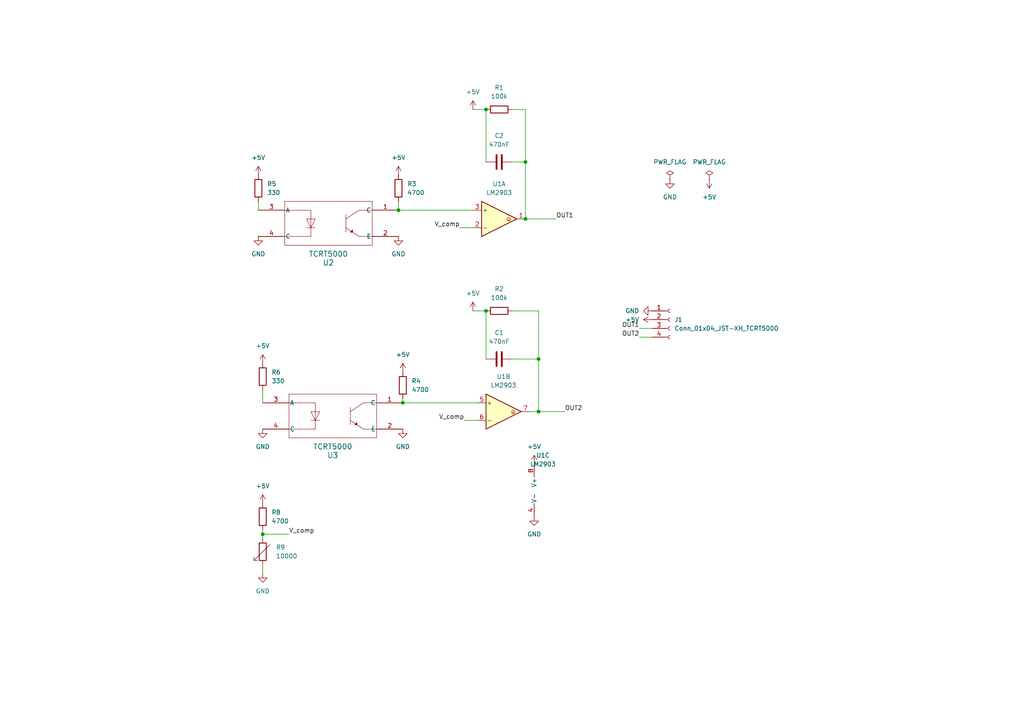
<source format=kicad_sch>
(kicad_sch (version 20250114) (generator "eeschema") (generator_version "9.0")
  (paper "A4")
  (lib_symbols
    (symbol "Comparator:LM2903" (pin_names (offset 0.127))
      (property "Reference" "U1" (at 0 10.16 0))
      (property "Value" "LM2903" (at 0 7.62 0))
      (symbol "LM2903_1_1"
        (polyline (pts (xy -5.08 5.08) (xy 5.08 0) (xy -5.08 -5.08) (xy -5.08 5.08)) (stroke (width 0.254)) (fill (type background)))
        (polyline (pts (xy 3.302 -0.508) (xy 2.794 -0.508) (xy 3.302 0) (xy 2.794 0.508) (xy 2.286 0) (xy 2.794 -0.508) (xy 2.286 -0.508)) (stroke (width 0.127)))
        (pin input line (at -7.62 2.54 0) (length 2.54) (name "+") (number "3"))
        (pin input line (at -7.62 -2.54 0) (length 2.54) (name "-") (number "2"))
        (pin output line (at 7.62 0 180) (length 2.54) (name "~") (number "1"))
      )
      (symbol "LM2903_2_1"
        (polyline (pts (xy -5.08 5.08) (xy 5.08 0) (xy -5.08 -5.08) (xy -5.08 5.08)) (stroke (width 0.254)) (fill (type background)))
        (polyline (pts (xy 3.302 -0.508) (xy 2.794 -0.508) (xy 3.302 0) (xy 2.794 0.508) (xy 2.286 0) (xy 2.794 -0.508) (xy 2.286 -0.508)) (stroke (width 0.127)))
        (pin input line (at -7.62 2.54 0) (length 2.54) (name "+") (number "5"))
        (pin input line (at -7.62 -2.54 0) (length 2.54) (name "-") (number "6"))
        (pin output line (at 7.62 0 180) (length 2.54) (name "~") (number "7"))
      )
      (symbol "LM2903_3_1"
        (pin power_in line (at -2.54 7.62 270) (length 3.81) (name "V+") (number "8"))
        (pin power_in line (at -2.54 -7.62 90) (length 3.81) (name "V-") (number "4"))
      )
    )
    (symbol "Device:C" (pin_numbers (hide yes)) (pin_names (offset 0.254))
      (property "Reference" "C" (at 0.635 2.54 0))
      (property "Value" "C" (at 0.635 -2.54 0))
      (symbol "C_0_1"
        (polyline (pts (xy -2.032 0.762) (xy 2.032 0.762)) (stroke (width 0.508)))
        (polyline (pts (xy -2.032 -0.762) (xy 2.032 -0.762)) (stroke (width 0.508)))
      )
      (symbol "C_1_1"
        (pin passive line (at 0 3.81 270) (length 2.794) (name "~") (number "1"))
        (pin passive line (at 0 -3.81 90) (length 2.794) (name "~") (number "2"))
      )
    )
    (symbol "Device:R" (pin_numbers (hide yes)) (pin_names (offset 0))
      (property "Reference" "R" (at 2.032 0 90))
      (property "Value" "R" (at 0 0 90))
      (symbol "R_0_1"
        (rectangle (start -1.016 -2.54) (end 1.016 2.54) (stroke (width 0.254)))
      )
      (symbol "R_1_1"
        (pin passive line (at 0 3.81 270) (length 1.27) (name "~") (number "1"))
        (pin passive line (at 0 -3.81 90) (length 1.27) (name "~") (number "2"))
      )
    )
    (symbol "Device:R_Variable" (pin_numbers (hide yes)) (pin_names (offset 0))
      (property "Reference" "R" (at 2.54 -2.54 90))
      (property "Value" "R_Variable" (at -2.54 -1.27 90))
      (symbol "R_Variable_0_1"
        (rectangle (start -1.016 -2.54) (end 1.016 2.54) (stroke (width 0.254)))
        (polyline (pts (xy 2.54 1.524) (xy 2.54 2.54) (xy 1.524 2.54) (xy 2.54 2.54) (xy -2.032 -2.032)))
      )
      (symbol "R_Variable_1_1"
        (pin passive line (at 0 3.81 270) (length 1.27) (name "~") (number "1"))
        (pin passive line (at 0 -3.81 90) (length 1.27) (name "~") (number "2"))
      )
    )
    (symbol "LM2903_1" (pin_names (offset 0.127))
      (property "Reference" "U1" (at 0 10.16 0))
      (property "Value" "LM2903" (at 0 7.62 0))
      (symbol "LM2903_1_1_1"
        (polyline (pts (xy -5.08 5.08) (xy 5.08 0) (xy -5.08 -5.08) (xy -5.08 5.08)) (stroke (width 0.254)) (fill (type background)))
        (polyline (pts (xy 3.302 -0.508) (xy 2.794 -0.508) (xy 3.302 0) (xy 2.794 0.508) (xy 2.286 0) (xy 2.794 -0.508) (xy 2.286 -0.508)) (stroke (width 0.127)))
        (pin input line (at -7.62 2.54 0) (length 2.54) (name "+") (number "3"))
        (pin input line (at -7.62 -2.54 0) (length 2.54) (name "-") (number "2"))
        (pin output line (at 7.62 0 180) (length 2.54) (name "~") (number "1"))
      )
      (symbol "LM2903_1_2_1"
        (polyline (pts (xy -5.08 5.08) (xy 5.08 0) (xy -5.08 -5.08) (xy -5.08 5.08)) (stroke (width 0.254)) (fill (type background)))
        (polyline (pts (xy 3.302 -0.508) (xy 2.794 -0.508) (xy 3.302 0) (xy 2.794 0.508) (xy 2.286 0) (xy 2.794 -0.508) (xy 2.286 -0.508)) (stroke (width 0.127)))
        (pin input line (at -7.62 2.54 0) (length 2.54) (name "+") (number "5"))
        (pin input line (at -7.62 -2.54 0) (length 2.54) (name "-") (number "6"))
        (pin output line (at 7.62 0 180) (length 2.54) (name "~") (number "7"))
      )
      (symbol "LM2903_1_3_1"
        (pin power_in line (at -2.54 7.62 270) (length 3.81) (name "V+") (number "8"))
        (pin power_in line (at -2.54 -7.62 90) (length 3.81) (name "V-") (number "4"))
      )
    )
    (symbol "LM2903_2" (pin_names (offset 0.127))
      (property "Reference" "U1" (at 0 10.16 0))
      (property "Value" "LM2903" (at 0 7.62 0))
      (symbol "LM2903_2_1_1"
        (polyline (pts (xy -5.08 5.08) (xy 5.08 0) (xy -5.08 -5.08) (xy -5.08 5.08)) (stroke (width 0.254)) (fill (type background)))
        (polyline (pts (xy 3.302 -0.508) (xy 2.794 -0.508) (xy 3.302 0) (xy 2.794 0.508) (xy 2.286 0) (xy 2.794 -0.508) (xy 2.286 -0.508)) (stroke (width 0.127)))
        (pin input line (at -7.62 2.54 0) (length 2.54) (name "+") (number "3"))
        (pin input line (at -7.62 -2.54 0) (length 2.54) (name "-") (number "2"))
        (pin output line (at 7.62 0 180) (length 2.54) (name "~") (number "1"))
      )
      (symbol "LM2903_2_2_1"
        (polyline (pts (xy -5.08 5.08) (xy 5.08 0) (xy -5.08 -5.08) (xy -5.08 5.08)) (stroke (width 0.254)) (fill (type background)))
        (polyline (pts (xy 3.302 -0.508) (xy 2.794 -0.508) (xy 3.302 0) (xy 2.794 0.508) (xy 2.286 0) (xy 2.794 -0.508) (xy 2.286 -0.508)) (stroke (width 0.127)))
        (pin input line (at -7.62 2.54 0) (length 2.54) (name "+") (number "5"))
        (pin input line (at -7.62 -2.54 0) (length 2.54) (name "-") (number "6"))
        (pin output line (at 7.62 0 180) (length 2.54) (name "~") (number "7"))
      )
      (symbol "LM2903_2_3_1"
        (pin power_in line (at -2.54 7.62 270) (length 3.81) (name "V+") (number "8"))
        (pin power_in line (at -2.54 -7.62 90) (length 3.81) (name "V-") (number "4"))
      )
    )
    (symbol "carte-capteur-ir-bib:Conn_01x04_JST-XH_TCRT5000" (pin_names (offset 1.016) (hide yes))
      (property "Reference" "J" (at 0 5.08 0))
      (property "Value" "Conn_01x04_JST-XH_TCRT5000" (at 0 -7.62 0))
      (symbol "Conn_01x04_JST-XH_TCRT5000_1_1"
        (polyline (pts (xy -1.27 2.54) (xy -0.508 2.54)) (stroke (width 0.1524)))
        (polyline (pts (xy -1.27 0) (xy -0.508 0)) (stroke (width 0.1524)))
        (polyline (pts (xy -1.27 -2.54) (xy -0.508 -2.54)) (stroke (width 0.1524)))
        (polyline (pts (xy -1.27 -5.08) (xy -0.508 -5.08)) (stroke (width 0.1524)))
        (arc (start 0 2.032) (mid -0.5058 2.54) (end 0 3.048) (stroke (width 0.1524)))
        (arc (start 0 -0.508) (mid -0.5058 0) (end 0 0.508) (stroke (width 0.1524)))
        (arc (start 0 -3.048) (mid -0.5058 -2.54) (end 0 -2.032) (stroke (width 0.1524)))
        (arc (start 0 -5.588) (mid -0.5058 -5.08) (end 0 -4.572) (stroke (width 0.1524)))
        (pin power_in line (at -5.08 2.54 0) (length 3.81) (name "VCC") (number "1"))
        (pin power_in line (at -5.08 0 0) (length 3.81) (name "GND") (number "2"))
        (pin bidirectional line (at -5.08 -2.54 0) (length 3.81) (name "TCRT5000_1") (number "3"))
        (pin bidirectional line (at -5.08 -5.08 0) (length 3.81) (name "TCRT5000_2") (number "4"))
      )
    )
    (symbol "carte-capteur-ir-bib:TCRT5000" (pin_names (offset 0.254))
      (property "Reference" "U" (at 39.37 8.89 0))
      (property "Value" "TCRT5000" (at 39.37 6.35 0))
      (symbol "TCRT5000_0_1"
        (polyline (pts (xy 26.67 3.81) (xy 26.67 -8.89)) (stroke (width 0.127)))
        (polyline (pts (xy 26.67 1.27) (xy 30.48 1.27)) (stroke (width 0.127)))
        (polyline (pts (xy 26.67 -6.35) (xy 30.48 -6.35)) (stroke (width 0.127)))
        (polyline (pts (xy 26.67 -8.89) (xy 52.07 -8.89)) (stroke (width 0.127)))
        (polyline (pts (xy 30.48 1.27) (xy 34.29 -1.27)) (stroke (width 0.127)))
        (polyline (pts (xy 30.48 -6.35) (xy 34.29 -3.81)) (stroke (width 0.127)))
        (polyline (pts (xy 32.385 -4.445) (xy 32.385 -5.08) (xy 33.02 -5.08)) (fill (type outline)))
        (polyline (pts (xy 32.385 -5.08) (xy 32.385 -4.445)) (stroke (width 0.127)))
        (polyline (pts (xy 32.385 -5.08) (xy 33.02 -5.08)) (stroke (width 0.127)))
        (polyline (pts (xy 33.02 -5.08) (xy 32.385 -4.445)) (stroke (width 0.127)))
        (polyline (pts (xy 34.29 0) (xy 34.29 -5.08)) (stroke (width 0.127)))
        (polyline (pts (xy 43.18 -1.27) (xy 44.45 -3.81)) (stroke (width 0.127)))
        (polyline (pts (xy 43.18 -1.27) (xy 45.72 -1.27)) (stroke (width 0.127)))
        (polyline (pts (xy 43.18 -3.81) (xy 45.72 -3.81)) (stroke (width 0.127)))
        (polyline (pts (xy 44.45 -3.81) (xy 45.72 -1.27)) (stroke (width 0.127)))
        (polyline (pts (xy 44.45 -6.35) (xy 44.45 1.27)) (stroke (width 0.127)))
        (polyline (pts (xy 52.07 3.81) (xy 26.67 3.81)) (stroke (width 0.127)))
        (polyline (pts (xy 52.07 1.27) (xy 44.45 1.27)) (stroke (width 0.127)))
        (polyline (pts (xy 52.07 -6.35) (xy 44.45 -6.35)) (stroke (width 0.127)))
        (polyline (pts (xy 52.07 -8.89) (xy 52.07 3.81)) (stroke (width 0.127)))
      )
      (symbol "TCRT5000_1_1"
        (pin bidirectional line (at 19.05 1.27 0) (length 7.62) (name "C") (number "1"))
        (pin bidirectional line (at 19.05 -6.35 0) (length 7.62) (name "E") (number "2"))
        (pin bidirectional line (at 59.69 1.27 180) (length 7.62) (name "A") (number "3"))
        (pin bidirectional line (at 59.69 -6.35 180) (length 7.62) (name "C") (number "4"))
      )
    )
    (symbol "power:+5V" (power) (pin_numbers (hide yes)) (pin_names (offset 0) (hide yes))
      (property "Value" "+5V" (at 0 3.556 0))
      (symbol "+5V_0_1"
        (polyline (pts (xy -0.762 1.27) (xy 0 2.54)))
        (polyline (pts (xy 0 2.54) (xy 0.762 1.27)))
        (polyline (pts (xy 0 0) (xy 0 2.54)))
      )
      (symbol "+5V_1_1"
        (pin power_in line (at 0 0 90) (length 0) (name "~") (number "1"))
      )
    )
    (symbol "power:GND" (power) (pin_numbers (hide yes)) (pin_names (offset 0) (hide yes))
      (property "Value" "GND" (at 0 -3.81 0))
      (symbol "GND_0_1"
        (polyline (pts (xy 0 0) (xy 0 -1.27) (xy 1.27 -1.27) (xy 0 -2.54) (xy -1.27 -1.27) (xy 0 -1.27)))
      )
      (symbol "GND_1_1"
        (pin power_in line (at 0 0 270) (length 0) (name "~") (number "1"))
      )
    )
    (symbol "power:PWR_FLAG" (power) (pin_numbers (hide yes)) (pin_names (offset 0) (hide yes))
      (property "Value" "PWR_FLAG" (at 0 3.81 0))
      (symbol "PWR_FLAG_0_0"
        (pin power_out line (at 0 0 90) (length 0) (name "~") (number "1"))
      )
      (symbol "PWR_FLAG_0_1"
        (polyline (pts (xy 0 0) (xy 0 1.27) (xy -1.016 1.905) (xy 0 2.54) (xy 1.016 1.905) (xy 0 1.27)))
      )
    )
  )
  (junction (at 156.21 104.14))
  (junction (at 115.57 60.96))
  (junction (at 116.84 116.84))
  (junction (at 152.4 46.99))
  (junction (at 140.97 90.17))
  (junction (at 152.4 63.5))
  (junction (at 140.97 31.75))
  (junction (at 156.21 119.38))
  (junction (at 76.2 154.94))
  (wire (pts (xy 76.2 153.67) (xy 76.2 154.94)))
  (wire (pts (xy 156.21 119.38) (xy 153.67 119.38)))
  (wire (pts (xy 185.42 97.79) (xy 189.23 97.79)))
  (wire (pts (xy 148.59 104.14) (xy 156.21 104.14)))
  (wire (pts (xy 156.21 119.38) (xy 163.83 119.38)))
  (wire (pts (xy 116.84 116.84) (xy 138.43 116.84)))
  (wire (pts (xy 140.97 31.75) (xy 140.97 46.99)))
  (wire (pts (xy 115.57 58.42) (xy 115.57 60.96)))
  (wire (pts (xy 156.21 90.17) (xy 156.21 104.14)))
  (wire (pts (xy 148.59 46.99) (xy 152.4 46.99)))
  (wire (pts (xy 116.84 115.57) (xy 116.84 116.84)))
  (wire (pts (xy 140.97 90.17) (xy 137.16 90.17)))
  (wire (pts (xy 148.59 31.75) (xy 152.4 31.75)))
  (wire (pts (xy 140.97 31.75) (xy 137.16 31.75)))
  (wire (pts (xy 134.62 121.92) (xy 138.43 121.92)))
  (wire (pts (xy 76.2 163.83) (xy 76.2 166.37)))
  (wire (pts (xy 156.21 104.14) (xy 156.21 119.38)))
  (wire (pts (xy 140.97 90.17) (xy 140.97 104.14)))
  (wire (pts (xy 152.4 63.5) (xy 161.29 63.5)))
  (wire (pts (xy 185.42 95.25) (xy 189.23 95.25)))
  (wire (pts (xy 74.93 58.42) (xy 74.93 60.96)))
  (wire (pts (xy 115.57 60.96) (xy 137.16 60.96)))
  (wire (pts (xy 133.35 66.04) (xy 137.16 66.04)))
  (wire (pts (xy 76.2 154.94) (xy 76.2 156.21)))
  (wire (pts (xy 152.4 46.99) (xy 152.4 63.5)))
  (wire (pts (xy 152.4 31.75) (xy 152.4 46.99)))
  (wire (pts (xy 76.2 113.03) (xy 76.2 116.84)))
  (wire (pts (xy 148.59 90.17) (xy 156.21 90.17)))
  (wire (pts (xy 83.82 154.94) (xy 76.2 154.94)))
  (label "OUT2" (at 185.42 97.79 180))
  (label "OUT1" (at 161.29 63.5 0))
  (label "OUT2" (at 163.83 119.38 0))
  (label "V_comp" (at 133.35 66.04 180))
  (label "V_comp" (at 134.62 121.92 180))
  (label "OUT1" (at 185.42 95.25 180))
  (label "V_comp" (at 83.82 154.94 0))
  (symbol (lib_name "LM2903_1") (lib_id "Comparator:LM2903") (at 144.78 63.5 0) (unit 1)
    (property "Reference" "U1" (at 144.78 53.34 0))
    (property "Value" "LM2903" (at 144.78 55.88 0))
    (property "Footprint" "Package_SO:SOP-8_3.9x4.9mm_P1.27mm" (effects (hide yes)))
    (property "Datasheet" "http://www.ti.com/lit/ds/symlink/lm393.pdf" (effects (hide yes)))
    (property "Description" "Low-Power, Low-Offset Voltage, Dual Comparators, DIP-8/SOIC-8/SOP-8/TSSOP-8/VSSOP-8" (effects (hide yes)))
  )
  (symbol (lib_id "power:+5V") (at 189.23 92.71 90) (unit 1)
    (property "Reference" "#PWR015" (effects (hide yes)))
    (property "Value" "+5V" (at 185.42 92.7099 90) (effects (justify left)))
    (property "Description" "Power symbol creates a global label with name \"+5V\"" (effects (hide yes)))
  )
  (symbol (lib_id "power:+5V") (at 205.74 52.07 180) (unit 1)
    (property "Reference" "#PWR018" (effects (hide yes)))
    (property "Value" "+5V" (at 205.74 57.15 0))
    (property "Description" "Power symbol creates a global label with name \"+5V\"" (effects (hide yes)))
  )
  (symbol (lib_id "Device:C") (at 144.78 46.99 270) (unit 1)
    (property "Reference" "C2" (at 144.78 39.37 90))
    (property "Value" "470nF" (at 144.78 41.91 90))
    (property "Footprint" "Capacitor_SMD:C_1206_3216Metric" (effects (hide yes)))
    (property "Description" "Unpolarized capacitor" (effects (hide yes)))
  )
  (symbol (lib_id "carte-capteur-ir-bib:TCRT5000") (at 135.89 118.11 0) (mirror y) (unit 1)
    (property "Reference" "U3" (at 96.52 132.08 0) (effects (font (size 1.524 1.524))))
    (property "Value" "TCRT5000" (at 96.52 129.54 0) (effects (font (size 1.524 1.524))))
    (property "Footprint" "carte-capteur-ir-bib:TCRT5000_VIS" (effects (hide yes)))
    (property "Datasheet" "TCRT5000" (effects (hide yes)))
  )
  (symbol (lib_id "power:GND") (at 115.57 68.58 0) (unit 1)
    (property "Reference" "#PWR09" (effects (hide yes)))
    (property "Value" "GND" (at 115.57 73.66 0))
    (property "Description" "Power symbol creates a global label with name \"GND\" , ground" (effects (hide yes)))
  )
  (symbol (lib_id "Device:R") (at 76.2 149.86 180) (unit 1)
    (property "Reference" "R8" (at 78.74 148.5899 0) (effects (justify right)))
    (property "Value" "4700" (at 78.74 151.1299 0) (effects (justify right)))
    (property "Footprint" "Resistor_SMD:R_0603_1608Metric_Pad0.98x0.95mm_HandSolder" (effects (hide yes)))
    (property "Description" "Resistor" (effects (hide yes)))
  )
  (symbol (lib_id "power:+5V") (at 76.2 105.41 0) (unit 1)
    (property "Reference" "#PWR011" (effects (hide yes)))
    (property "Value" "+5V" (at 76.2 100.33 0))
    (property "Description" "Power symbol creates a global label with name \"+5V\"" (effects (hide yes)))
  )
  (symbol (lib_id "carte-capteur-ir-bib:Conn_01x04_JST-XH_TCRT5000") (at 194.31 92.71 0) (unit 1)
    (property "Reference" "J1" (at 195.58 92.7099 0) (effects (justify left)))
    (property "Value" "Conn_01x04_JST-XH_TCRT5000" (at 195.58 95.2499 0) (effects (justify left)))
    (property "Footprint" "Connector_JST:JST_XH_B4B-XH-A_1x04_P2.50mm_Vertical" (effects (hide yes)))
  )
  (symbol (lib_id "power:PWR_FLAG") (at 205.74 52.07 0) (unit 1)
    (property "Reference" "#FLG02" (effects (hide yes)))
    (property "Value" "PWR_FLAG" (at 205.74 46.99 0))
    (property "Description" "Special symbol for telling ERC where power comes from" (effects (hide yes)))
  )
  (symbol (lib_id "carte-capteur-ir-bib:TCRT5000") (at 134.62 62.23 0) (mirror y) (unit 1)
    (property "Reference" "U2" (at 95.25 76.2 0) (effects (font (size 1.524 1.524))))
    (property "Value" "TCRT5000" (at 95.25 73.66 0) (effects (font (size 1.524 1.524))))
    (property "Footprint" "carte-capteur-ir-bib:TCRT5000_VIS" (effects (hide yes)))
    (property "Datasheet" "TCRT5000" (effects (hide yes)))
  )
  (symbol (lib_id "power:+5V") (at 115.57 50.8 0) (unit 1)
    (property "Reference" "#PWR04" (effects (hide yes)))
    (property "Value" "+5V" (at 115.57 45.72 0))
    (property "Description" "Power symbol creates a global label with name \"+5V\"" (effects (hide yes)))
  )
  (symbol (lib_name "LM2903_2") (lib_id "Comparator:LM2903") (at 146.05 119.38 0) (unit 2)
    (property "Reference" "U1" (at 146.05 109.22 0))
    (property "Value" "LM2903" (at 146.05 111.76 0))
    (property "Footprint" "Package_SO:SOP-8_3.9x4.9mm_P1.27mm" (effects (hide yes)))
    (property "Datasheet" "http://www.ti.com/lit/ds/symlink/lm393.pdf" (effects (hide yes)))
    (property "Description" "Low-Power, Low-Offset Voltage, Dual Comparators, DIP-8/SOIC-8/SOP-8/TSSOP-8/VSSOP-8" (effects (hide yes)))
  )
  (symbol (lib_id "power:GND") (at 74.93 68.58 0) (unit 1)
    (property "Reference" "#PWR08" (effects (hide yes)))
    (property "Value" "GND" (at 74.93 73.66 0))
    (property "Description" "Power symbol creates a global label with name \"GND\" , ground" (effects (hide yes)))
  )
  (symbol (lib_id "power:+5V") (at 74.93 50.8 0) (unit 1)
    (property "Reference" "#PWR012" (effects (hide yes)))
    (property "Value" "+5V" (at 74.93 45.72 0))
    (property "Description" "Power symbol creates a global label with name \"+5V\"" (effects (hide yes)))
  )
  (symbol (lib_id "power:PWR_FLAG") (at 194.31 52.07 0) (unit 1)
    (property "Reference" "#FLG01" (effects (hide yes)))
    (property "Value" "PWR_FLAG" (at 194.31 46.99 0))
    (property "Description" "Special symbol for telling ERC where power comes from" (effects (hide yes)))
  )
  (symbol (lib_id "Device:R") (at 115.57 54.61 0) (unit 1)
    (property "Reference" "R3" (at 118.11 53.3399 0) (effects (justify left)))
    (property "Value" "4700" (at 118.11 55.8799 0) (effects (justify left)))
    (property "Footprint" "Resistor_SMD:R_0603_1608Metric_Pad0.98x0.95mm_HandSolder" (effects (hide yes)))
    (property "Description" "Resistor" (effects (hide yes)))
  )
  (symbol (lib_id "Device:R") (at 116.84 111.76 0) (unit 1)
    (property "Reference" "R4" (at 119.38 110.4899 0) (effects (justify left)))
    (property "Value" "4700" (at 119.38 113.0299 0) (effects (justify left)))
    (property "Footprint" "Resistor_SMD:R_0603_1608Metric_Pad0.98x0.95mm_HandSolder" (effects (hide yes)))
    (property "Description" "Resistor" (effects (hide yes)))
  )
  (symbol (lib_id "Device:R") (at 76.2 109.22 0) (unit 1)
    (property "Reference" "R6" (at 78.74 107.9499 0) (effects (justify left)))
    (property "Value" "330" (at 78.74 110.4899 0) (effects (justify left)))
    (property "Footprint" "Resistor_SMD:R_0603_1608Metric_Pad0.98x0.95mm_HandSolder" (effects (hide yes)))
    (property "Description" "Resistor" (effects (hide yes)))
  )
  (symbol (lib_id "Device:R") (at 144.78 90.17 90) (unit 1)
    (property "Reference" "R2" (at 144.78 83.82 90))
    (property "Value" "100k" (at 144.78 86.36 90))
    (property "Footprint" "Resistor_SMD:R_0805_2012Metric" (effects (hide yes)))
    (property "Description" "Resistor" (effects (hide yes)))
  )
  (symbol (lib_id "power:+5V") (at 116.84 107.95 0) (unit 1)
    (property "Reference" "#PWR05" (effects (hide yes)))
    (property "Value" "+5V" (at 116.84 102.87 0))
    (property "Description" "Power symbol creates a global label with name \"+5V\"" (effects (hide yes)))
  )
  (symbol (lib_id "Device:R") (at 74.93 54.61 0) (unit 1)
    (property "Reference" "R5" (at 77.47 53.3399 0) (effects (justify left)))
    (property "Value" "330" (at 77.47 55.8799 0) (effects (justify left)))
    (property "Footprint" "Resistor_SMD:R_0603_1608Metric_Pad0.98x0.95mm_HandSolder" (effects (hide yes)))
    (property "Description" "Resistor" (effects (hide yes)))
  )
  (symbol (lib_id "power:+5V") (at 137.16 90.17 0) (unit 1)
    (property "Reference" "#PWR03" (effects (hide yes)))
    (property "Value" "+5V" (at 137.16 85.09 0))
    (property "Description" "Power symbol creates a global label with name \"+5V\"" (effects (hide yes)))
  )
  (symbol (lib_id "power:GND") (at 116.84 124.46 0) (unit 1)
    (property "Reference" "#PWR010" (effects (hide yes)))
    (property "Value" "GND" (at 116.84 129.54 0))
    (property "Description" "Power symbol creates a global label with name \"GND\" , ground" (effects (hide yes)))
  )
  (symbol (lib_id "power:GND") (at 76.2 166.37 0) (unit 1)
    (property "Reference" "#PWR014" (effects (hide yes)))
    (property "Value" "GND" (at 76.2 171.45 0))
    (property "Description" "Power symbol creates a global label with name \"GND\" , ground" (effects (hide yes)))
  )
  (symbol (lib_id "power:GND") (at 154.94 149.86 0) (unit 1)
    (property "Reference" "#PWR06" (effects (hide yes)))
    (property "Value" "GND" (at 154.94 154.94 0))
    (property "Description" "Power symbol creates a global label with name \"GND\" , ground" (effects (hide yes)))
  )
  (symbol (lib_id "power:+5V") (at 154.94 134.62 0) (unit 1)
    (property "Reference" "#PWR01" (effects (hide yes)))
    (property "Value" "+5V" (at 154.94 129.54 0))
    (property "Description" "Power symbol creates a global label with name \"+5V\"" (effects (hide yes)))
  )
  (symbol (lib_id "Device:R_Variable") (at 76.2 160.02 180) (unit 1)
    (property "Reference" "R9" (at 80.01 158.7499 0) (effects (justify right)))
    (property "Value" "10000" (at 80.01 161.2899 0) (effects (justify right)))
    (property "Footprint" "Potentiometer_THT:Potentiometer_Vishay_T73XW_Horizontal" (effects (hide yes)))
    (property "Description" "Variable resistor" (effects (hide yes)))
  )
  (symbol (lib_id "Device:R") (at 144.78 31.75 90) (unit 1)
    (property "Reference" "R1" (at 144.78 25.4 90))
    (property "Value" "100k" (at 144.78 27.94 90))
    (property "Footprint" "Resistor_SMD:R_0805_2012Metric" (effects (hide yes)))
    (property "Description" "Resistor" (effects (hide yes)))
  )
  (symbol (lib_id "Device:C") (at 144.78 104.14 90) (unit 1)
    (property "Reference" "C1" (at 144.78 96.52 90))
    (property "Value" "470nF" (at 144.78 99.06 90))
    (property "Footprint" "Capacitor_SMD:C_1206_3216Metric" (effects (hide yes)))
    (property "Description" "Unpolarized capacitor" (effects (hide yes)))
  )
  (symbol (lib_id "power:GND") (at 76.2 124.46 0) (unit 1)
    (property "Reference" "#PWR07" (effects (hide yes)))
    (property "Value" "GND" (at 76.2 129.54 0))
    (property "Description" "Power symbol creates a global label with name \"GND\" , ground" (effects (hide yes)))
  )
  (symbol (lib_id "Comparator:LM2903") (at 157.48 142.24 0) (unit 3)
    (property "Reference" "U1" (at 157.48 132.08 0))
    (property "Value" "LM2903" (at 157.48 134.62 0))
    (property "Footprint" "Package_SO:SOP-8_3.9x4.9mm_P1.27mm" (effects (hide yes)))
    (property "Datasheet" "http://www.ti.com/lit/ds/symlink/lm393.pdf" (effects (hide yes)))
    (property "Description" "Low-Power, Low-Offset Voltage, Dual Comparators, DIP-8/SOIC-8/SOP-8/TSSOP-8/VSSOP-8" (effects (hide yes)))
  )
  (symbol (lib_id "power:GND") (at 194.31 52.07 0) (unit 1)
    (property "Reference" "#PWR017" (effects (hide yes)))
    (property "Value" "GND" (at 194.31 57.15 0))
    (property "Description" "Power symbol creates a global label with name \"GND\" , ground" (effects (hide yes)))
  )
  (symbol (lib_id "power:+5V") (at 137.16 31.75 0) (unit 1)
    (property "Reference" "#PWR02" (effects (hide yes)))
    (property "Value" "+5V" (at 137.16 26.67 0))
    (property "Description" "Power symbol creates a global label with name \"+5V\"" (effects (hide yes)))
  )
  (symbol (lib_id "power:GND") (at 189.23 90.17 270) (unit 1)
    (property "Reference" "#PWR016" (effects (hide yes)))
    (property "Value" "GND" (at 185.42 90.1699 90) (effects (justify right)))
    (property "Description" "Power symbol creates a global label with name \"GND\" , ground" (effects (hide yes)))
  )
  (symbol (lib_id "power:+5V") (at 76.2 146.05 0) (unit 1)
    (property "Reference" "#PWR013" (effects (hide yes)))
    (property "Value" "+5V" (at 76.2 140.97 0))
    (property "Description" "Power symbol creates a global label with name \"+5V\"" (effects (hide yes)))
  )
)
</source>
